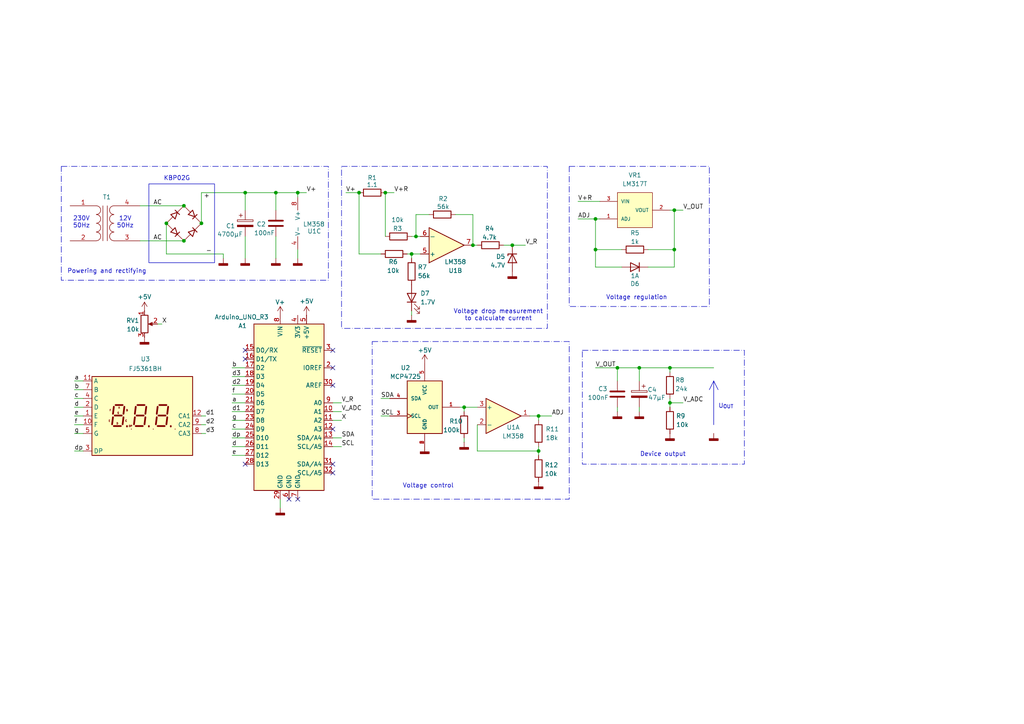
<source format=kicad_sch>
(kicad_sch (version 20231120) (generator "eeschema") (generator_version "8.0")
  (paper "A4")
  (lib_symbols
    (symbol "Amplifier_Operational:LM358" (pin_names (offset 0.127))
      (property "Reference" "U" (at 0 5.08 0))
      (property "Value" "LM358" (at 0 -5.08 0))
      (symbol "LM358_1_1"
        (polyline (pts (xy -5.08 5.08) (xy 5.08 0) (xy -5.08 -5.08) (xy -5.08 5.08)) (stroke (width 0.254)) (fill (type background)))
        (pin output line (at 7.62 0 180) (length 2.54) (name "~") (number "1"))
        (pin input line (at -7.62 -2.54 0) (length 2.54) (name "-") (number "2"))
        (pin input line (at -7.62 2.54 0) (length 2.54) (name "+") (number "3"))
      )
      (symbol "LM358_2_1"
        (polyline (pts (xy -5.08 5.08) (xy 5.08 0) (xy -5.08 -5.08) (xy -5.08 5.08)) (stroke (width 0.254)) (fill (type background)))
        (pin input line (at -7.62 2.54 0) (length 2.54) (name "+") (number "5"))
        (pin input line (at -7.62 -2.54 0) (length 2.54) (name "-") (number "6"))
        (pin output line (at 7.62 0 180) (length 2.54) (name "~") (number "7"))
      )
      (symbol "LM358_3_1"
        (pin power_in line (at -2.54 -7.62 90) (length 3.81) (name "V-") (number "4"))
        (pin power_in line (at -2.54 7.62 270) (length 3.81) (name "V+") (number "8"))
      )
    )
    (symbol "Device:C" (pin_numbers hide) (pin_names (offset 0.254))
      (property "Reference" "C" (at 0.635 2.54 0))
      (property "Value" "C" (at 0.635 -2.54 0))
      (symbol "C_0_1"
        (polyline (pts (xy -2.032 -0.762) (xy 2.032 -0.762)) (stroke (width 0.508)))
        (polyline (pts (xy -2.032 0.762) (xy 2.032 0.762)) (stroke (width 0.508)))
      )
      (symbol "C_1_1"
        (pin passive line (at 0 3.81 270) (length 2.794) (name "~") (number "1"))
        (pin passive line (at 0 -3.81 90) (length 2.794) (name "~") (number "2"))
      )
    )
    (symbol "Device:C_Polarized" (pin_numbers hide) (pin_names (offset 0.254))
      (property "Reference" "C" (at 0.635 2.54 0))
      (property "Value" "C_Polarized" (at 0.635 -2.54 0))
      (symbol "C_Polarized_0_1"
        (rectangle (start -2.286 0.508) (end 2.286 1.016))
        (polyline (pts (xy -1.778 2.286) (xy -0.762 2.286)))
        (polyline (pts (xy -1.27 2.794) (xy -1.27 1.778)))
        (rectangle (start 2.286 -0.508) (end -2.286 -1.016) (fill (type outline)))
      )
      (symbol "C_Polarized_1_1"
        (pin passive line (at 0 3.81 270) (length 2.794) (name "~") (number "1"))
        (pin passive line (at 0 -3.81 90) (length 2.794) (name "~") (number "2"))
      )
    )
    (symbol "Device:D" (pin_numbers hide) (pin_names (offset 1.016) hide)
      (property "Reference" "D" (at 0 2.54 0))
      (property "Value" "D" (at 0 -2.54 0))
      (symbol "D_0_1"
        (polyline (pts (xy -1.27 1.27) (xy -1.27 -1.27)) (stroke (width 0.254)))
        (polyline (pts (xy 1.27 0) (xy -1.27 0)))
        (polyline (pts (xy 1.27 1.27) (xy 1.27 -1.27) (xy -1.27 0) (xy 1.27 1.27)) (stroke (width 0.254)))
      )
      (symbol "D_1_1"
        (pin passive line (at -3.81 0 0) (length 2.54) (name "K") (number "1"))
        (pin passive line (at 3.81 0 180) (length 2.54) (name "A") (number "2"))
      )
    )
    (symbol "Device:D_45deg" (pin_numbers hide) (pin_names (offset 0) hide)
      (property "Reference" "D" (at 1.27 2.54 0))
      (property "Value" "D_45deg" (at 1.27 0 0))
      (symbol "D_45deg_0_1"
        (polyline (pts (xy -0.635 0.635) (xy -2.54 2.54)))
        (polyline (pts (xy 0 -1.27) (xy 1.27 0)) (stroke (width 0.254)))
        (polyline (pts (xy 2.54 -2.54) (xy 0.635 -0.635)))
        (polyline (pts (xy -1.27 0) (xy 0 1.27) (xy 0.635 -0.635) (xy -1.27 0)) (stroke (width 0.254)))
      )
      (symbol "D_45deg_1_1"
        (pin passive line (at 2.54 -2.54 180) (length 0) (name "K") (number "1"))
        (pin passive line (at -2.54 2.54 0) (length 0) (name "A") (number "2"))
      )
    )
    (symbol "Device:D_Zener" (pin_numbers hide) (pin_names (offset 1.016) hide)
      (property "Reference" "D" (at 0 2.54 0))
      (property "Value" "D_Zener" (at 0 -2.54 0))
      (symbol "D_Zener_0_1"
        (polyline (pts (xy 1.27 0) (xy -1.27 0)))
        (polyline (pts (xy -1.27 -1.27) (xy -1.27 1.27) (xy -0.762 1.27)) (stroke (width 0.254)))
        (polyline (pts (xy 1.27 -1.27) (xy 1.27 1.27) (xy -1.27 0) (xy 1.27 -1.27)) (stroke (width 0.254)))
      )
      (symbol "D_Zener_1_1"
        (pin passive line (at -3.81 0 0) (length 2.54) (name "K") (number "1"))
        (pin passive line (at 3.81 0 180) (length 2.54) (name "A") (number "2"))
      )
    )
    (symbol "Device:LED" (pin_numbers hide) (pin_names (offset 1.016) hide)
      (property "Reference" "D" (at 0 2.54 0))
      (property "Value" "LED" (at 0 -2.54 0))
      (symbol "LED_0_1"
        (polyline (pts (xy -1.27 -1.27) (xy -1.27 1.27)) (stroke (width 0.254)))
        (polyline (pts (xy -1.27 0) (xy 1.27 0)))
        (polyline (pts (xy 1.27 -1.27) (xy 1.27 1.27) (xy -1.27 0) (xy 1.27 -1.27)) (stroke (width 0.254)))
        (polyline (pts (xy -3.048 -0.762) (xy -4.572 -2.286) (xy -3.81 -2.286) (xy -4.572 -2.286) (xy -4.572 -1.524)))
        (polyline (pts (xy -1.778 -0.762) (xy -3.302 -2.286) (xy -2.54 -2.286) (xy -3.302 -2.286) (xy -3.302 -1.524)))
      )
      (symbol "LED_1_1"
        (pin passive line (at -3.81 0 0) (length 2.54) (name "K") (number "1"))
        (pin passive line (at 3.81 0 180) (length 2.54) (name "A") (number "2"))
      )
    )
    (symbol "Device:R" (pin_numbers hide) (pin_names (offset 0))
      (property "Reference" "R" (at 2.032 0 90))
      (property "Value" "R" (at 0 0 90))
      (symbol "R_0_1"
        (rectangle (start -1.016 -2.54) (end 1.016 2.54) (stroke (width 0.254)))
      )
      (symbol "R_1_1"
        (pin passive line (at 0 3.81 270) (length 1.27) (name "~") (number "1"))
        (pin passive line (at 0 -3.81 90) (length 1.27) (name "~") (number "2"))
      )
    )
    (symbol "Device:R_Potentiometer" (pin_names (offset 1.016) hide)
      (property "Reference" "RV" (at -4.445 0 90))
      (property "Value" "R_Potentiometer" (at -2.54 0 90))
      (symbol "R_Potentiometer_0_1"
        (polyline (pts (xy 2.54 0) (xy 1.524 0)))
        (polyline (pts (xy 1.143 0) (xy 2.286 0.508) (xy 2.286 -0.508) (xy 1.143 0)) (fill (type outline)))
        (rectangle (start 1.016 2.54) (end -1.016 -2.54) (stroke (width 0.254)))
      )
      (symbol "R_Potentiometer_1_1"
        (pin passive line (at 0 3.81 270) (length 1.27) (name "1") (number "1"))
        (pin passive line (at 3.81 0 180) (length 1.27) (name "2") (number "2"))
        (pin passive line (at 0 -3.81 90) (length 1.27) (name "3") (number "3"))
      )
    )
    (symbol "Device:Transformer_1P_1S" (pin_names (offset 1.016) hide)
      (property "Reference" "T" (at 0 6.35 0))
      (property "Value" "Transformer_1P_1S" (at 0 -7.62 0))
      (symbol "Transformer_1P_1S_0_1"
        (arc (start -2.54 -5.0546) (mid -1.6599 -4.6901) (end -1.27 -3.81))
        (arc (start -2.54 -2.5146) (mid -1.6599 -2.1501) (end -1.27 -1.27))
        (arc (start -2.54 0.0254) (mid -1.6599 0.3899) (end -1.27 1.27))
        (arc (start -2.54 2.5654) (mid -1.6599 2.9299) (end -1.27 3.81))
        (arc (start -1.27 -3.81) (mid -1.642 -2.912) (end -2.54 -2.54))
        (arc (start -1.27 -1.27) (mid -1.642 -0.372) (end -2.54 0))
        (arc (start -1.27 1.27) (mid -1.642 2.168) (end -2.54 2.54))
        (arc (start -1.27 3.81) (mid -1.642 4.708) (end -2.54 5.08))
        (polyline (pts (xy -0.635 5.08) (xy -0.635 -5.08)))
        (polyline (pts (xy 0.635 -5.08) (xy 0.635 5.08)))
        (arc (start 1.2954 -1.27) (mid 1.6599 -2.1501) (end 2.54 -2.5146))
        (arc (start 1.2954 1.27) (mid 1.6599 0.3899) (end 2.54 0.0254))
        (arc (start 1.2954 3.81) (mid 1.6599 2.9299) (end 2.54 2.5654))
        (arc (start 1.3208 -3.81) (mid 1.6853 -4.6901) (end 2.5654 -5.0546))
        (arc (start 2.54 0) (mid 1.642 -0.372) (end 1.2954 -1.27))
        (arc (start 2.54 2.54) (mid 1.642 2.168) (end 1.2954 1.27))
        (arc (start 2.54 5.08) (mid 1.642 4.708) (end 1.2954 3.81))
        (arc (start 2.5654 -2.54) (mid 1.6674 -2.912) (end 1.3208 -3.81))
      )
      (symbol "Transformer_1P_1S_1_1"
        (pin passive line (at -10.16 5.08 0) (length 7.62) (name "AA") (number "1"))
        (pin passive line (at -10.16 -5.08 0) (length 7.62) (name "AB") (number "2"))
        (pin passive line (at 10.16 -5.08 180) (length 7.62) (name "SA") (number "3"))
        (pin passive line (at 10.16 5.08 180) (length 7.62) (name "SB") (number "4"))
      )
    )
    (symbol "Display_Character:LTC-4627JS"
      (property "Reference" "U?" (at 0.254 16.51 0))
      (property "Value" "FJ5361BH" (at 0.254 13.716 0))
      (symbol "LTC-4627JS_0_1"
        (rectangle (start -15.24 11.43) (end 13.97 -11.43) (stroke (width 0.254)) (fill (type background)))
        (rectangle (start -3.81 -3.81) (end -3.81 -3.81) (stroke (width 0.254)))
        (polyline (pts (xy -3.81 -3.81) (xy -3.81 -3.81)) (stroke (width 0.254)))
        (polyline (pts (xy 2.54 -3.81) (xy 2.54 -3.81)) (stroke (width 0.254)))
        (polyline (pts (xy 8.89 -3.81) (xy 8.89 -3.81)) (stroke (width 0.254)))
        (rectangle (start 2.54 -3.81) (end 2.54 -3.81) (stroke (width 0.254)))
        (rectangle (start 8.89 -3.81) (end 8.89 -3.81) (stroke (width 0.254)))
      )
      (symbol "LTC-4627JS_1_0"
        (text "A" (at -7.366 2.413 0) (effects (font (size 0.508 0.508))))
        (text "B" (at -5.08 1.651 0) (effects (font (size 0.508 0.508))))
        (text "C" (at -5.334 -1.397 0) (effects (font (size 0.508 0.508))))
        (text "D" (at -7.874 -2.159 0) (effects (font (size 0.508 0.508))))
        (text "DP" (at -4.064 -2.921 0) (effects (font (size 0.508 0.508))))
        (text "E" (at -10.16 -1.397 0) (effects (font (size 0.508 0.508))))
        (text "F" (at -9.906 1.651 0) (effects (font (size 0.508 0.508))))
        (text "G" (at -7.62 0.889 0) (effects (font (size 0.508 0.508))))
      )
      (symbol "LTC-4627JS_1_1"
        (polyline (pts (xy -9.144 -0.381) (xy -9.398 -2.413)) (stroke (width 0.508)))
        (polyline (pts (xy -8.89 -2.921) (xy -6.858 -2.921)) (stroke (width 0.508)))
        (polyline (pts (xy -8.89 2.667) (xy -9.144 0.635)) (stroke (width 0.508)))
        (polyline (pts (xy -8.636 0.127) (xy -6.604 0.127)) (stroke (width 0.508)))
        (polyline (pts (xy -8.382 3.175) (xy -6.35 3.175)) (stroke (width 0.508)))
        (polyline (pts (xy -6.096 -0.381) (xy -6.35 -2.413)) (stroke (width 0.508)))
        (polyline (pts (xy -5.842 2.667) (xy -6.096 0.635)) (stroke (width 0.508)))
        (polyline (pts (xy -5.08 -3.048) (xy -5.08 -2.921)) (stroke (width 0.508)))
        (polyline (pts (xy -2.794 -0.381) (xy -3.048 -2.413)) (stroke (width 0.508)))
        (polyline (pts (xy -2.54 -2.921) (xy -0.508 -2.921)) (stroke (width 0.508)))
        (polyline (pts (xy -2.54 2.667) (xy -2.794 0.635)) (stroke (width 0.508)))
        (polyline (pts (xy -2.286 0.127) (xy -0.254 0.127)) (stroke (width 0.508)))
        (polyline (pts (xy -2.032 3.175) (xy 0 3.175)) (stroke (width 0.508)))
        (polyline (pts (xy 0.254 -0.381) (xy 0 -2.413)) (stroke (width 0.508)))
        (polyline (pts (xy 0.508 2.667) (xy 0.254 0.635)) (stroke (width 0.508)))
        (polyline (pts (xy 1.27 -3.048) (xy 1.27 -2.921)) (stroke (width 0.508)))
        (polyline (pts (xy 3.556 -0.381) (xy 3.302 -2.413)) (stroke (width 0.508)))
        (polyline (pts (xy 3.81 -2.921) (xy 5.842 -2.921)) (stroke (width 0.508)))
        (polyline (pts (xy 3.81 2.667) (xy 3.556 0.635)) (stroke (width 0.508)))
        (polyline (pts (xy 4.064 0.127) (xy 6.096 0.127)) (stroke (width 0.508)))
        (polyline (pts (xy 4.318 3.175) (xy 6.35 3.175)) (stroke (width 0.508)))
        (polyline (pts (xy 6.604 -0.381) (xy 6.35 -2.413)) (stroke (width 0.508)))
        (polyline (pts (xy 6.858 2.667) (xy 6.604 0.635)) (stroke (width 0.508)))
        (polyline (pts (xy 7.62 -3.048) (xy 7.62 -2.921)) (stroke (width 0.508)))
        (pin input line (at -17.78 0 0) (length 2.54) (name "E") (number "1"))
        (pin input line (at -17.78 -2.54 0) (length 2.54) (name "F") (number "10"))
        (pin input line (at -17.78 10.16 0) (length 2.54) (name "A") (number "11"))
        (pin input line (at 16.51 0 180) (length 2.54) (name "CA1") (number "12"))
        (pin input line (at -17.78 2.54 0) (length 2.54) (name "D") (number "2"))
        (pin input line (at -17.78 -10.16 0) (length 2.54) (name "DP") (number "3"))
        (pin input line (at -17.78 5.08 0) (length 2.54) (name "C") (number "4"))
        (pin input line (at -17.78 -5.08 0) (length 2.54) (name "G") (number "5"))
        (pin input line (at -17.78 7.62 0) (length 2.54) (name "B") (number "7"))
        (pin input line (at 16.51 -5.08 180) (length 2.54) (name "CA3") (number "8"))
        (pin input line (at 16.51 -2.54 180) (length 2.54) (name "CA2") (number "9"))
      )
    )
    (symbol "LM317T:LM317T" (pin_names (offset 1.016))
      (property "Reference" "VR?" (at 0 10.16 0))
      (property "Value" "LM317T" (at 0 7.62 0))
      (symbol "LM317T_0_0"
        (rectangle (start -5.08 5.08) (end 5.08 -5.08) (stroke (width 0.1524)) (fill (type background)))
        (pin input line (at -10.16 -2.54 0) (length 5.08) (name "ADJ") (number "1"))
        (pin output line (at 10.16 0 180) (length 5.08) (name "VOUT") (number "2"))
        (pin input line (at -10.16 2.54 0) (length 5.08) (name "VIN") (number "3"))
      )
    )
    (symbol "MCU_Module:Arduino_UNO_R3"
      (property "Reference" "A" (at -10.16 23.495 0))
      (property "Value" "Arduino_UNO_R3" (at 5.08 -26.67 0))
      (symbol "Arduino_UNO_R3_0_1"
        (rectangle (start -10.16 22.86) (end 10.16 -25.4) (stroke (width 0.254)) (fill (type background)))
      )
      (symbol "Arduino_UNO_R3_1_1"
        (pin no_connect line (at -10.16 -20.32 0) (length 2.54) hide (name "NC") (number "1"))
        (pin bidirectional line (at 12.7 -2.54 180) (length 2.54) (name "A1") (number "10"))
        (pin bidirectional line (at 12.7 -5.08 180) (length 2.54) (name "A2") (number "11"))
        (pin bidirectional line (at 12.7 -7.62 180) (length 2.54) (name "A3") (number "12"))
        (pin bidirectional line (at 12.7 -10.16 180) (length 2.54) (name "SDA/A4") (number "13"))
        (pin bidirectional line (at 12.7 -12.7 180) (length 2.54) (name "SCL/A5") (number "14"))
        (pin bidirectional line (at -12.7 15.24 0) (length 2.54) (name "D0/RX") (number "15"))
        (pin bidirectional line (at -12.7 12.7 0) (length 2.54) (name "D1/TX") (number "16"))
        (pin bidirectional line (at -12.7 10.16 0) (length 2.54) (name "D2") (number "17"))
        (pin bidirectional line (at -12.7 7.62 0) (length 2.54) (name "D3") (number "18"))
        (pin bidirectional line (at -12.7 5.08 0) (length 2.54) (name "D4") (number "19"))
        (pin output line (at 12.7 10.16 180) (length 2.54) (name "IOREF") (number "2"))
        (pin bidirectional line (at -12.7 2.54 0) (length 2.54) (name "D5") (number "20"))
        (pin bidirectional line (at -12.7 0 0) (length 2.54) (name "D6") (number "21"))
        (pin bidirectional line (at -12.7 -2.54 0) (length 2.54) (name "D7") (number "22"))
        (pin bidirectional line (at -12.7 -5.08 0) (length 2.54) (name "D8") (number "23"))
        (pin bidirectional line (at -12.7 -7.62 0) (length 2.54) (name "D9") (number "24"))
        (pin bidirectional line (at -12.7 -10.16 0) (length 2.54) (name "D10") (number "25"))
        (pin bidirectional line (at -12.7 -12.7 0) (length 2.54) (name "D11") (number "26"))
        (pin bidirectional line (at -12.7 -15.24 0) (length 2.54) (name "D12") (number "27"))
        (pin bidirectional line (at -12.7 -17.78 0) (length 2.54) (name "D13") (number "28"))
        (pin power_in line (at -2.54 -27.94 90) (length 2.54) (name "GND") (number "29"))
        (pin input line (at 12.7 15.24 180) (length 2.54) (name "~{RESET}") (number "3"))
        (pin input line (at 12.7 5.08 180) (length 2.54) (name "AREF") (number "30"))
        (pin bidirectional line (at 12.7 -17.78 180) (length 2.54) (name "SDA/A4") (number "31"))
        (pin bidirectional line (at 12.7 -20.32 180) (length 2.54) (name "SCL/A5") (number "32"))
        (pin power_out line (at 2.54 25.4 270) (length 2.54) (name "3V3") (number "4"))
        (pin power_out line (at 5.08 25.4 270) (length 2.54) (name "+5V") (number "5"))
        (pin power_in line (at 0 -27.94 90) (length 2.54) (name "GND") (number "6"))
        (pin power_in line (at 2.54 -27.94 90) (length 2.54) (name "GND") (number "7"))
        (pin power_in line (at -2.54 25.4 270) (length 2.54) (name "VIN") (number "8"))
        (pin bidirectional line (at 12.7 0 180) (length 2.54) (name "A0") (number "9"))
      )
    )
    (symbol "ZC576300:ZC576300" (pin_names (offset 1.016))
      (property "Reference" "U?" (at -6.604 12.7 0))
      (property "Value" "MCP4725" (at -6.604 10.16 0))
      (symbol "ZC576300_0_0"
        (rectangle (start -5.08 7.62) (end 5.08 -7.62) (stroke (width 0.254)) (fill (type background)))
        (pin output line (at 10.16 0 180) (length 5.08) (name "OUT") (number "1"))
        (pin power_in line (at 0 -12.7 90) (length 5.08) (name "GND") (number "2"))
        (pin input clock (at -10.16 -2.54 0) (length 5.08) (name "SCL") (number "3"))
        (pin bidirectional line (at -10.16 2.54 0) (length 5.08) (name "SDA") (number "4"))
        (pin power_in line (at 0 12.7 270) (length 5.08) (name "VCC") (number "5"))
        (pin power_in line (at 0 -12.7 90) (length 5.08) (name "GND") (number "6"))
      )
    )
    (symbol "power:+5V" (power) (pin_numbers hide) (pin_names (offset 0) hide)
      (property "Value" "+5V" (at 0 3.556 0))
      (symbol "+5V_0_1"
        (polyline (pts (xy -0.762 1.27) (xy 0 2.54)))
        (polyline (pts (xy 0 0) (xy 0 2.54)))
        (polyline (pts (xy 0 2.54) (xy 0.762 1.27)))
      )
      (symbol "+5V_1_1"
        (pin power_in line (at 0 0 90) (length 0) (name "~") (number "1"))
      )
    )
    (symbol "power:GNDD" (power) (pin_numbers hide) (pin_names (offset 0) hide)
      (property "Value" "GNDD" (at 0 -3.175 0))
      (symbol "GNDD_0_1"
        (rectangle (start -1.27 -1.524) (end 1.27 -2.032) (stroke (width 0.254)) (fill (type outline)))
        (polyline (pts (xy 0 0) (xy 0 -1.524)))
      )
      (symbol "GNDD_1_1"
        (pin power_in line (at 0 0 270) (length 0) (name "~") (number "1"))
      )
    )
    (symbol "power:VAA" (power) (pin_numbers hide) (pin_names (offset 0) hide)
      (property "Value" "VAA" (at 0 3.556 0))
      (symbol "VAA_0_1"
        (polyline (pts (xy -0.762 1.27) (xy 0 2.54)))
        (polyline (pts (xy 0 0) (xy 0 2.54)))
        (polyline (pts (xy 0 2.54) (xy 0.762 1.27)))
      )
      (symbol "VAA_1_1"
        (pin power_in line (at 0 0 90) (length 0) (name "~") (number "1"))
      )
    )
  )
  (junction (at 48.26 64.77))
  (junction (at 195.58 72.39))
  (junction (at 86.36 55.88))
  (junction (at 53.34 69.85))
  (junction (at 194.31 116.84))
  (junction (at 195.58 60.96))
  (junction (at 104.14 55.88))
  (junction (at 137.16 71.12))
  (junction (at 172.72 72.39))
  (junction (at 120.65 68.58))
  (junction (at 156.21 120.65))
  (junction (at 156.21 130.81))
  (junction (at 172.72 63.5))
  (junction (at 53.34 59.69))
  (junction (at 179.07 106.68))
  (junction (at 111.76 55.88))
  (junction (at 58.42 64.77))
  (junction (at 80.01 55.88))
  (junction (at 134.62 118.11))
  (junction (at 71.12 55.88))
  (junction (at 194.31 106.68))
  (junction (at 119.38 73.66))
  (junction (at 185.42 106.68))
  (junction (at 148.59 71.12))
  (no_connect (at 96.52 134.62))
  (no_connect (at 83.82 144.78))
  (no_connect (at 96.52 111.76))
  (no_connect (at 96.52 101.6))
  (no_connect (at 71.12 101.6))
  (no_connect (at 96.52 124.46))
  (no_connect (at 71.12 104.14))
  (no_connect (at 71.12 134.62))
  (no_connect (at 96.52 137.16))
  (no_connect (at 96.52 106.68))
  (no_connect (at 86.36 144.78))
  (polyline (pts (xy 207.01 121.92) (xy 207.01 123.19)))
  (wire (pts (xy 64.77 73.66) (xy 64.77 74.93)))
  (wire (pts (xy 156.21 129.54) (xy 156.21 130.81)))
  (wire (pts (xy 111.76 55.88) (xy 111.76 68.58)))
  (wire (pts (xy 172.72 72.39) (xy 172.72 63.5)))
  (wire (pts (xy 96.52 119.38) (xy 99.06 119.38)))
  (wire (pts (xy 119.38 73.66) (xy 118.11 73.66)))
  (wire (pts (xy 156.21 120.65) (xy 156.21 121.92)))
  (wire (pts (xy 195.58 77.47) (xy 195.58 72.39)))
  (wire (pts (xy 138.43 118.11) (xy 134.62 118.11)))
  (wire (pts (xy 110.49 115.57) (xy 113.03 115.57)))
  (wire (pts (xy 185.42 118.11) (xy 185.42 119.38)))
  (wire (pts (xy 96.52 127) (xy 99.06 127)))
  (wire (pts (xy 58.42 125.73) (xy 59.69 125.73)))
  (wire (pts (xy 100.33 55.88) (xy 104.14 55.88)))
  (wire (pts (xy 119.38 90.17) (xy 119.38 91.44)))
  (wire (pts (xy 67.31 106.68) (xy 71.12 106.68)))
  (wire (pts (xy 45.72 93.98) (xy 46.99 93.98)))
  (wire (pts (xy 86.36 55.88) (xy 86.36 57.15)))
  (wire (pts (xy 133.35 118.11) (xy 134.62 118.11)))
  (wire (pts (xy 194.31 116.84) (xy 198.12 116.84)))
  (wire (pts (xy 194.31 106.68) (xy 194.31 107.95)))
  (wire (pts (xy 137.16 62.23) (xy 137.16 71.12)))
  (wire (pts (xy 138.43 130.81) (xy 138.43 123.19)))
  (wire (pts (xy 58.42 55.88) (xy 71.12 55.88)))
  (wire (pts (xy 110.49 120.65) (xy 113.03 120.65)))
  (wire (pts (xy 21.59 125.73) (xy 24.13 125.73)))
  (wire (pts (xy 86.36 72.39) (xy 86.36 74.93)))
  (wire (pts (xy 67.31 109.22) (xy 71.12 109.22)))
  (wire (pts (xy 179.07 110.49) (xy 179.07 106.68)))
  (wire (pts (xy 96.52 121.92) (xy 99.06 121.92)))
  (wire (pts (xy 156.21 130.81) (xy 138.43 130.81)))
  (wire (pts (xy 80.01 68.58) (xy 80.01 74.93)))
  (wire (pts (xy 21.59 120.65) (xy 24.13 120.65)))
  (wire (pts (xy 21.59 110.49) (xy 24.13 110.49)))
  (wire (pts (xy 67.31 121.92) (xy 71.12 121.92)))
  (wire (pts (xy 110.49 73.66) (xy 104.14 73.66)))
  (wire (pts (xy 121.92 68.58) (xy 120.65 68.58)))
  (wire (pts (xy 21.59 113.03) (xy 24.13 113.03)))
  (wire (pts (xy 179.07 118.11) (xy 179.07 119.38)))
  (wire (pts (xy 167.64 63.5) (xy 172.72 63.5)))
  (wire (pts (xy 21.59 123.19) (xy 24.13 123.19)))
  (wire (pts (xy 148.59 71.12) (xy 152.4 71.12)))
  (wire (pts (xy 71.12 68.58) (xy 71.12 74.93)))
  (wire (pts (xy 120.65 68.58) (xy 119.38 68.58)))
  (wire (pts (xy 119.38 74.93) (xy 119.38 73.66)))
  (wire (pts (xy 67.31 119.38) (xy 71.12 119.38)))
  (wire (pts (xy 194.31 106.68) (xy 207.01 106.68)))
  (wire (pts (xy 185.42 106.68) (xy 194.31 106.68)))
  (wire (pts (xy 21.59 118.11) (xy 24.13 118.11)))
  (wire (pts (xy 185.42 110.49) (xy 185.42 106.68)))
  (wire (pts (xy 67.31 116.84) (xy 71.12 116.84)))
  (wire (pts (xy 67.31 124.46) (xy 71.12 124.46)))
  (wire (pts (xy 132.08 62.23) (xy 137.16 62.23)))
  (wire (pts (xy 179.07 106.68) (xy 185.42 106.68)))
  (wire (pts (xy 134.62 118.11) (xy 134.62 119.38)))
  (wire (pts (xy 67.31 132.08) (xy 71.12 132.08)))
  (wire (pts (xy 67.31 127) (xy 71.12 127)))
  (wire (pts (xy 194.31 116.84) (xy 194.31 118.11)))
  (polyline (pts (xy 207.01 110.49) (xy 207.01 121.92)))
  (wire (pts (xy 48.26 64.77) (xy 48.26 73.66)))
  (wire (pts (xy 138.43 71.12) (xy 137.16 71.12)))
  (wire (pts (xy 172.72 77.47) (xy 172.72 72.39)))
  (wire (pts (xy 195.58 60.96) (xy 194.31 60.96)))
  (wire (pts (xy 67.31 114.3) (xy 71.12 114.3)))
  (wire (pts (xy 172.72 106.68) (xy 179.07 106.68)))
  (wire (pts (xy 123.19 129.54) (xy 123.19 130.81)))
  (wire (pts (xy 121.92 73.66) (xy 119.38 73.66)))
  (wire (pts (xy 194.31 115.57) (xy 194.31 116.84)))
  (wire (pts (xy 21.59 115.57) (xy 24.13 115.57)))
  (wire (pts (xy 80.01 55.88) (xy 80.01 60.96)))
  (wire (pts (xy 40.64 69.85) (xy 53.34 69.85)))
  (wire (pts (xy 172.72 63.5) (xy 173.99 63.5)))
  (wire (pts (xy 156.21 130.81) (xy 156.21 132.08)))
  (wire (pts (xy 160.02 120.65) (xy 156.21 120.65)))
  (wire (pts (xy 21.59 130.81) (xy 24.13 130.81)))
  (wire (pts (xy 67.31 129.54) (xy 71.12 129.54)))
  (wire (pts (xy 180.34 77.47) (xy 172.72 77.47)))
  (wire (pts (xy 58.42 55.88) (xy 58.42 64.77)))
  (wire (pts (xy 48.26 73.66) (xy 64.77 73.66)))
  (wire (pts (xy 80.01 55.88) (xy 86.36 55.88)))
  (wire (pts (xy 124.46 62.23) (xy 120.65 62.23)))
  (polyline (pts (xy 205.74 113.03) (xy 207.01 110.49)))
  (wire (pts (xy 187.96 72.39) (xy 195.58 72.39)))
  (wire (pts (xy 58.42 120.65) (xy 59.69 120.65)))
  (wire (pts (xy 120.65 62.23) (xy 120.65 68.58)))
  (wire (pts (xy 71.12 55.88) (xy 71.12 60.96)))
  (wire (pts (xy 58.42 123.19) (xy 59.69 123.19)))
  (wire (pts (xy 167.64 58.42) (xy 173.99 58.42)))
  (wire (pts (xy 111.76 55.88) (xy 114.3 55.88)))
  (wire (pts (xy 67.31 111.76) (xy 71.12 111.76)))
  (wire (pts (xy 96.52 116.84) (xy 99.06 116.84)))
  (wire (pts (xy 187.96 77.47) (xy 195.58 77.47)))
  (wire (pts (xy 71.12 55.88) (xy 80.01 55.88)))
  (wire (pts (xy 180.34 72.39) (xy 172.72 72.39)))
  (wire (pts (xy 153.67 120.65) (xy 156.21 120.65)))
  (wire (pts (xy 148.59 71.12) (xy 146.05 71.12)))
  (wire (pts (xy 86.36 55.88) (xy 88.9 55.88)))
  (wire (pts (xy 134.62 127) (xy 134.62 128.27)))
  (wire (pts (xy 195.58 72.39) (xy 195.58 60.96)))
  (wire (pts (xy 81.28 144.78) (xy 81.28 147.32)))
  (polyline (pts (xy 207.01 110.49) (xy 208.28 113.03)))
  (wire (pts (xy 40.64 59.69) (xy 53.34 59.69)))
  (wire (pts (xy 104.14 73.66) (xy 104.14 55.88)))
  (wire (pts (xy 96.52 129.54) (xy 99.06 129.54)))
  (wire (pts (xy 198.12 60.96) (xy 195.58 60.96)))
  (rectangle (start 107.95 99.06) (end 165.1 144.78) (stroke (width 0) (type dash_dot)))
  (rectangle (start 17.78 48.26) (end 95.25 81.28) (stroke (width 0) (type dash_dot)))
  (rectangle (start 165.1 48.26) (end 205.74 88.9) (stroke (width 0) (type dash_dot)))
  (rectangle (start 43.18 53.34) (end 62.23 76.2))
  (rectangle (start 99.06 48.26) (end 158.75 95.25) (stroke (width 0) (type dash_dot)))
  (rectangle (start 168.91 101.6) (end 215.9 134.62) (stroke (width 0) (type dash_dot)))
  (text "12V\n50Hz" (at 36.322 64.516 0) (effects (font (size 1.27 1.27))))
  (text "Voltage control" (at 124.206 140.97 0) (effects (font (size 1.27 1.27))))
  (text "230V\n50Hz" (at 23.622 64.516 0) (effects (font (size 1.27 1.27))))
  (text "U_{OUT}" (at 210.566 117.856 0) (effects (font (size 1.27 1.27))))
  (text "KBP02G" (at 51.308 51.816 0) (effects (font (size 1.27 1.27))))
  (text "Powering and rectifying" (at 30.988 78.74 0) (effects (font (size 1.27 1.27))))
  (text "Voltage drop measurement\nto calculate current" (at 144.526 91.44 0) (effects (font (size 1.27 1.27))))
  (text "Voltage regulation\n" (at 184.658 86.36 0) (effects (font (size 1.27 1.27))))
  (text "Device output\n" (at 192.278 131.826 0) (effects (font (size 1.27 1.27))))
  (label "ADJ" (at 160.02 120.65 0))
  (label "c" (at 21.59 115.57 0))
  (label "V+" (at 88.9 55.88 0))
  (label "c" (at 67.31 124.46 0))
  (label "b" (at 67.31 106.68 0))
  (label "V+R" (at 167.64 58.42 0))
  (label "V+R" (at 114.3 55.88 0))
  (label "SCL" (at 99.06 129.54 0))
  (label "e" (at 67.31 132.08 0))
  (label "f" (at 67.31 114.3 0))
  (label "g" (at 21.59 125.73 0))
  (label "dp" (at 21.59 130.81 0))
  (label "X" (at 46.99 93.98 0))
  (label "-" (at 59.69 73.66 0))
  (label "d" (at 21.59 118.11 0))
  (label "b" (at 21.59 113.03 0))
  (label "V_OUT" (at 198.12 60.96 0))
  (label "SDA" (at 99.06 127 0))
  (label "SCL" (at 110.49 120.65 0))
  (label "V_ADC" (at 99.06 119.38 0))
  (label "AC" (at 44.45 59.69 0))
  (label "V_R" (at 99.06 116.84 0))
  (label "g" (at 67.31 121.92 0))
  (label "ADJ" (at 167.64 63.5 0))
  (label "d" (at 67.31 129.54 0))
  (label "d1" (at 67.31 119.38 0))
  (label "AC" (at 44.45 69.85 0))
  (label "+" (at 60.96 55.88 270))
  (label "a" (at 21.59 110.49 0))
  (label "d3" (at 67.31 109.22 0))
  (label "d3" (at 59.69 125.73 0))
  (label "dp" (at 67.31 127 0))
  (label "d2" (at 67.31 111.76 0))
  (label "X" (at 99.06 121.92 0))
  (label "a" (at 67.31 116.84 0))
  (label "d1" (at 59.69 120.65 0))
  (label "V_ADC" (at 198.12 116.84 0))
  (label "SDA" (at 110.49 115.57 0))
  (label "V_R" (at 152.4 71.12 0))
  (label "d2" (at 59.69 123.19 0))
  (label "f" (at 21.59 123.19 0))
  (label "V_OUT" (at 172.72 106.68 0))
  (label "V+" (at 100.33 55.88 0))
  (label "e" (at 21.59 120.65 0))
  (symbol (lib_id "Device:D_Zener") (at 148.59 74.93 90) (mirror x) (unit 1)
    (property "Reference" "D5" (at 146.558 74.422 90) (effects (justify left)))
    (property "Value" "4.7V" (at 146.558 76.962 90) (effects (justify left)))
    (property "Description" "Zener diode" (effects (hide yes)))
  )
  (symbol (lib_id "Device:D_45deg") (at 50.8 67.31 0) (unit 1)
    (property "Reference" "D3" (effects (hide yes)))
    (property "Value" "D_45deg" (effects (hide yes)))
    (property "Description" "Diode, rotated by 45°" (effects (hide yes)))
    (property "Sim.Device" "D" (effects (hide yes)))
    (property "Sim.Pins" "1=K 2=A" (effects (hide yes)))
  )
  (symbol (lib_id "Device:R") (at 119.38 78.74 0) (mirror y) (unit 1)
    (property "Reference" "R7" (at 121.158 77.47 0) (effects (justify right)))
    (property "Value" "56k" (at 121.158 80.01 0) (effects (justify right)))
    (property "Description" "Resistor" (effects (hide yes)))
  )
  (symbol (lib_id "Display_Character:LTC-4627JS") (at 41.91 120.65 0) (unit 1)
    (property "Reference" "U3" (at 42.164 104.14 0))
    (property "Value" "FJ5361BH" (at 42.164 106.934 0))
    (property "Footprint" "Display_7Segment:LTC-4627Jx" (effects (hide yes)))
    (property "Datasheet" "http://optoelectronics.liteon.com/upload/download/DS30-2000-186/LTC-4627JS.pdf" (effects (hide yes)))
    (property "Description" "4 digit 7 segment yellow, common anode" (effects (hide yes)))
  )
  (symbol (lib_id "Device:C_Polarized") (at 185.42 114.3 0) (mirror y) (unit 1)
    (property "Reference" "C4" (at 190.5 113.03 0) (effects (justify left)))
    (property "Value" "47µF" (at 193.04 115.316 0) (effects (justify left)))
    (property "Description" "Polarized capacitor" (effects (hide yes)))
  )
  (symbol (lib_id "Amplifier_Operational:LM358") (at 146.05 120.65 0) (unit 1)
    (property "Reference" "U1" (at 148.844 123.952 0))
    (property "Value" "LM358" (at 148.844 126.492 0))
    (property "Datasheet" "http://www.ti.com/lit/ds/symlink/lm2904-n.pdf" (effects (hide yes)))
    (property "Description" "Low-Power, Dual Operational Amplifiers, DIP-8/SOIC-8/TO-99-8" (effects (hide yes)))
  )
  (symbol (lib_id "Device:Transformer_1P_1S") (at 30.48 64.77 0) (unit 1)
    (property "Reference" "T1" (at 30.988 57.15 0))
    (property "Value" "Transformer_1P_1S" (effects (hide yes)))
    (property "Description" "Transformer, single primary, single secondary" (effects (hide yes)))
  )
  (symbol (lib_id "Device:R") (at 107.95 55.88 90) (unit 1)
    (property "Reference" "R1" (at 107.95 51.562 90))
    (property "Value" "1.1" (at 107.95 53.594 90))
    (property "Description" "Resistor" (effects (hide yes)))
  )
  (symbol (lib_id "power:GNDD") (at 156.21 139.7 0) (unit 1)
    (property "Reference" "#PWR018" (effects (hide yes)))
    (property "Value" "GNDD" (effects (hide yes)))
    (property "Description" "Power symbol creates a global label with name \"GNDD\" , digital ground" (effects (hide yes)))
  )
  (symbol (lib_id "Amplifier_Operational:LM358") (at 88.9 64.77 0) (unit 3)
    (property "Reference" "U1" (at 89.154 67.056 0) (effects (justify left)))
    (property "Value" "LM358" (at 87.884 65.024 0) (effects (justify left)))
    (property "Datasheet" "http://www.ti.com/lit/ds/symlink/lm2904-n.pdf" (effects (hide yes)))
    (property "Description" "Low-Power, Dual Operational Amplifiers, DIP-8/SOIC-8/TO-99-8" (effects (hide yes)))
  )
  (symbol (lib_id "Device:R") (at 142.24 71.12 270) (mirror x) (unit 1)
    (property "Reference" "R4" (at 141.986 66.294 90))
    (property "Value" "4.7k" (at 141.986 68.834 90))
    (property "Description" "Resistor" (effects (hide yes)))
  )
  (symbol (lib_id "power:GNDD") (at 71.12 74.93 0) (unit 1)
    (property "Reference" "#PWR02" (effects (hide yes)))
    (property "Value" "GNDD" (effects (hide yes)))
    (property "Description" "Power symbol creates a global label with name \"GNDD\" , digital ground" (effects (hide yes)))
  )
  (symbol (lib_id "power:GNDD") (at 148.59 78.74 0) (mirror y) (unit 1)
    (property "Reference" "#PWR05" (effects (hide yes)))
    (property "Value" "GNDD" (effects (hide yes)))
    (property "Description" "Power symbol creates a global label with name \"GNDD\" , digital ground" (effects (hide yes)))
  )
  (symbol (lib_id "Device:R") (at 128.27 62.23 270) (unit 1)
    (property "Reference" "R2" (at 128.524 57.658 90))
    (property "Value" "56k" (at 128.524 59.944 90))
    (property "Description" "Resistor" (effects (hide yes)))
  )
  (symbol (lib_id "LM317T:LM317T") (at 184.15 60.96 0) (unit 1)
    (property "Reference" "VR1" (at 184.15 50.8 0))
    (property "Value" "LM317T" (at 184.15 53.34 0))
    (property "Footprint" "LM317T:TO254P1054X470X1955-3" (effects (hide yes)))
    (property "MF" "ON Semiconductor" (effects (hide yes)))
    (property "MAXIMUM_PACKAGE_HEIGHT" "19.55 mm" (effects (hide yes)))
    (property "Package" "TO-220-3 ON" (effects (hide yes)))
    (property "Price" "None" (effects (hide yes)))
    (property "Check_prices" "https://www.snapeda.com/parts/LM317T/Onsemi/view-part/?ref=eda" (effects (hide yes)))
    (property "STANDARD" "IPC-7351B" (effects (hide yes)))
    (property "PARTREV" "L" (effects (hide yes)))
    (property "SnapEDA_Link" "https://www.snapeda.com/parts/LM317T/Onsemi/view-part/?ref=snap" (effects (hide yes)))
    (property "MP" "LM317T" (effects (hide yes)))
    (property "Description_1" "\n                        \n                            Linear Voltage Regulator IC Positive Adjustable 1 Output  1.5A TO-220-3\n                        \n" (effects (hide yes)))
    (property "Availability" "In Stock" (effects (hide yes)))
    (property "MANUFACTURER" "Texas Instruments" (effects (hide yes)))
  )
  (symbol (lib_id "Device:R_Potentiometer") (at 41.91 93.98 0) (unit 1)
    (property "Reference" "RV1" (at 40.386 92.964 0) (effects (justify right)))
    (property "Value" "10k" (at 40.386 95.504 0) (effects (justify right)))
    (property "Description" "Potentiometer" (effects (hide yes)))
  )
  (symbol (lib_id "power:GNDD") (at 185.42 119.38 0) (unit 1)
    (property "Reference" "#PWR013" (effects (hide yes)))
    (property "Value" "GNDD" (effects (hide yes)))
    (property "Description" "Power symbol creates a global label with name \"GNDD\" , digital ground" (effects (hide yes)))
  )
  (symbol (lib_id "power:GNDD") (at 119.38 91.44 0) (mirror y) (unit 1)
    (property "Reference" "#PWR09" (effects (hide yes)))
    (property "Value" "GNDD" (effects (hide yes)))
    (property "Description" "Power symbol creates a global label with name \"GNDD\" , digital ground" (effects (hide yes)))
  )
  (symbol (lib_id "power:GNDD") (at 81.28 147.32 0) (unit 1)
    (property "Reference" "#PWR019" (effects (hide yes)))
    (property "Value" "GNDD" (effects (hide yes)))
    (property "Description" "Power symbol creates a global label with name \"GNDD\" , digital ground" (effects (hide yes)))
  )
  (symbol (lib_id "power:GNDD") (at 134.62 128.27 0) (unit 1)
    (property "Reference" "#PWR016" (effects (hide yes)))
    (property "Value" "GNDD" (effects (hide yes)))
    (property "Description" "Power symbol creates a global label with name \"GNDD\" , digital ground" (effects (hide yes)))
  )
  (symbol (lib_id "Device:D_45deg") (at 55.88 62.23 0) (unit 1)
    (property "Reference" "D2" (effects (hide yes)))
    (property "Value" "D_45deg" (effects (hide yes)))
    (property "Description" "Diode, rotated by 45°" (effects (hide yes)))
    (property "Sim.Device" "D" (effects (hide yes)))
    (property "Sim.Pins" "1=K 2=A" (effects (hide yes)))
  )
  (symbol (lib_id "Device:R") (at 115.57 68.58 270) (unit 1)
    (property "Reference" "R3" (at 115.316 66.294 90))
    (property "Value" "10k" (at 115.316 63.754 90))
    (property "Description" "Resistor" (effects (hide yes)))
  )
  (symbol (lib_id "Device:D_45deg") (at 50.8 62.23 90) (unit 1)
    (property "Reference" "D1" (effects (hide yes)))
    (property "Value" "D_45deg" (effects (hide yes)))
    (property "Description" "Diode, rotated by 45°" (effects (hide yes)))
    (property "Sim.Device" "D" (effects (hide yes)))
    (property "Sim.Pins" "1=K 2=A" (effects (hide yes)))
  )
  (symbol (lib_id "Amplifier_Operational:LM358") (at 129.54 71.12 0) (mirror x) (unit 2)
    (property "Reference" "U1" (at 132.08 78.486 0))
    (property "Value" "LM358" (at 132.08 75.946 0))
    (property "Datasheet" "http://www.ti.com/lit/ds/symlink/lm2904-n.pdf" (effects (hide yes)))
    (property "Description" "Low-Power, Dual Operational Amplifiers, DIP-8/SOIC-8/TO-99-8" (effects (hide yes)))
  )
  (symbol (lib_id "Device:C_Polarized") (at 71.12 64.77 0) (unit 1)
    (property "Reference" "C1" (at 65.532 65.532 0) (effects (justify left)))
    (property "Value" "4700µF" (at 62.992 67.9449 0) (effects (justify left)))
    (property "Description" "Polarized capacitor" (effects (hide yes)))
  )
  (symbol (lib_id "Device:LED") (at 119.38 86.36 90) (unit 1)
    (property "Reference" "D7" (at 121.92 85.09 90) (effects (justify right)))
    (property "Value" "1.7V" (at 121.92 87.63 90) (effects (justify right)))
    (property "Description" "Light emitting diode" (effects (hide yes)))
  )
  (symbol (lib_id "Device:R") (at 194.31 111.76 0) (unit 1)
    (property "Reference" "R8" (at 195.834 110.236 0) (effects (justify left)))
    (property "Value" "24k" (at 195.834 112.776 0) (effects (justify left)))
    (property "Description" "Resistor" (effects (hide yes)))
  )
  (symbol (lib_id "Device:R") (at 156.21 135.89 0) (unit 1)
    (property "Reference" "R12" (at 157.988 134.874 0) (effects (justify left)))
    (property "Value" "10k" (at 157.988 137.414 0) (effects (justify left)))
    (property "Description" "Resistor" (effects (hide yes)))
  )
  (symbol (lib_id "power:+5V") (at 41.91 90.17 0) (unit 1)
    (property "Reference" "#PWR06" (effects (hide yes)))
    (property "Value" "+5V" (at 41.91 86.106 0))
    (property "Description" "Power symbol creates a global label with name \"+5V\"" (effects (hide yes)))
  )
  (symbol (lib_id "Device:R") (at 184.15 72.39 90) (unit 1)
    (property "Reference" "R5" (at 184.15 67.564 90))
    (property "Value" "1k" (at 184.15 70.104 90))
    (property "Description" "Resistor" (effects (hide yes)))
  )
  (symbol (lib_id "power:+5V") (at 88.9 91.44 0) (unit 1)
    (property "Reference" "#PWR08" (effects (hide yes)))
    (property "Value" "+5V" (at 88.9 87.376 0))
    (property "Description" "Power symbol creates a global label with name \"+5V\"" (effects (hide yes)))
  )
  (symbol (lib_id "Device:D_45deg") (at 55.88 67.31 90) (unit 1)
    (property "Reference" "D4" (effects (hide yes)))
    (property "Value" "D_45deg" (effects (hide yes)))
    (property "Description" "Diode, rotated by 45°" (effects (hide yes)))
    (property "Sim.Device" "D" (effects (hide yes)))
    (property "Sim.Pins" "1=K 2=A" (effects (hide yes)))
  )
  (symbol (lib_id "power:+5V") (at 123.19 105.41 0) (unit 1)
    (property "Reference" "#PWR011" (effects (hide yes)))
    (property "Value" "+5V" (at 123.19 101.6 0))
    (property "Description" "Power symbol creates a global label with name \"+5V\"" (effects (hide yes)))
  )
  (symbol (lib_id "power:VAA") (at 81.28 91.44 0) (unit 1)
    (property "Reference" "#PWR07" (effects (hide yes)))
    (property "Value" "V+" (at 81.28 87.63 0))
    (property "Description" "Power symbol creates a global label with name \"VAA\"" (effects (hide yes)))
  )
  (symbol (lib_id "Device:D") (at 184.15 77.47 180) (unit 1)
    (property "Reference" "D6" (at 184.15 82.296 0))
    (property "Value" "1A" (at 184.15 80.01 0))
    (property "Description" "Diode" (effects (hide yes)))
    (property "Sim.Device" "D" (effects (hide yes)))
    (property "Sim.Pins" "1=K 2=A" (effects (hide yes)))
  )
  (symbol (lib_id "MCU_Module:Arduino_UNO_R3") (at 83.82 116.84 0) (unit 1)
    (property "Reference" "A1" (at 69.088 94.488 0) (effects (justify left)))
    (property "Value" "Arduino_UNO_R3" (at 62.23 91.948 0) (effects (justify left)))
    (property "Footprint" "Module:Arduino_UNO_R3" (effects (hide yes)))
    (property "Datasheet" "https://www.arduino.cc/en/Main/arduinoBoardUno" (effects (hide yes)))
    (property "Description" "Arduino UNO Microcontroller Module, release 3" (effects (hide yes)))
  )
  (symbol (lib_id "Device:R") (at 134.62 123.19 0) (unit 1)
    (property "Reference" "R10" (at 130.302 122.174 0) (effects (justify left)))
    (property "Value" "100k" (at 128.524 124.714 0) (effects (justify left)))
    (property "Description" "Resistor" (effects (hide yes)))
  )
  (symbol (lib_id "Device:C") (at 80.01 64.77 0) (unit 1)
    (property "Reference" "C2" (at 74.422 65.024 0) (effects (justify left)))
    (property "Value" "100nF" (at 73.66 67.564 0) (effects (justify left)))
    (property "Description" "Unpolarized capacitor" (effects (hide yes)))
  )
  (symbol (lib_id "power:GNDD") (at 41.91 97.79 0) (unit 1)
    (property "Reference" "#PWR010" (effects (hide yes)))
    (property "Value" "GNDD" (effects (hide yes)))
    (property "Description" "Power symbol creates a global label with name \"GNDD\" , digital ground" (effects (hide yes)))
  )
  (symbol (lib_id "Device:R") (at 194.31 121.92 0) (unit 1)
    (property "Reference" "R9" (at 196.088 120.65 0) (effects (justify left)))
    (property "Value" "10k" (at 196.088 123.19 0) (effects (justify left)))
    (property "Description" "Resistor" (effects (hide yes)))
  )
  (symbol (lib_id "ZC576300:ZC576300") (at 123.19 118.11 0) (unit 1)
    (property "Reference" "U2" (at 117.602 106.68 0))
    (property "Value" "MCP4725" (at 117.602 109.22 0))
    (property "Footprint" "ZC576300:MODULE_ZC576300" (effects (hide yes)))
    (property "MF" "YKS" (effects (hide yes)))
    (property "Description_1" "\n                        \n                            MCP4725 I2C DAC Breakout Development Board Module 12Bit Resolution 2.7-5.5V\n                        \n" (effects (hide yes)))
    (property "Package" "None" (effects (hide yes)))
    (property "Price" "None" (effects (hide yes)))
    (property "Check_prices" "https://www.snapeda.com/parts/ZC576300/YKS/view-part/?ref=eda" (effects (hide yes)))
    (property "STANDARD" "Manufacturer Recommendations" (effects (hide yes)))
    (property "PARTREV" "v14" (effects (hide yes)))
    (property "SnapEDA_Link" "https://www.snapeda.com/parts/ZC576300/YKS/view-part/?ref=snap" (effects (hide yes)))
    (property "MP" "ZC576300" (effects (hide yes)))
    (property "Availability" "Not in stock" (effects (hide yes)))
    (property "MANUFACTURER" "Sparkfun" (effects (hide yes)))
  )
  (symbol (lib_id "power:GNDD") (at 80.01 74.93 0) (unit 1)
    (property "Reference" "#PWR03" (effects (hide yes)))
    (property "Value" "GNDD" (effects (hide yes)))
    (property "Description" "Power symbol creates a global label with name \"GNDD\" , digital ground" (effects (hide yes)))
  )
  (symbol (lib_id "power:GNDD") (at 86.36 74.93 0) (unit 1)
    (property "Reference" "#PWR04" (effects (hide yes)))
    (property "Value" "GNDD" (effects (hide yes)))
    (property "Description" "Power symbol creates a global label with name \"GNDD\" , digital ground" (effects (hide yes)))
  )
  (symbol (lib_id "power:GNDD") (at 123.19 129.54 0) (unit 1)
    (property "Reference" "#PWR017" (effects (hide yes)))
    (property "Value" "GNDD" (effects (hide yes)))
    (property "Description" "Power symbol creates a global label with name \"GNDD\" , digital ground" (effects (hide yes)))
  )
  (symbol (lib_id "power:GNDD") (at 179.07 119.38 0) (unit 1)
    (property "Reference" "#PWR012" (effects (hide yes)))
    (property "Value" "GNDD" (effects (hide yes)))
    (property "Description" "Power symbol creates a global label with name \"GNDD\" , digital ground" (effects (hide yes)))
  )
  (symbol (lib_id "Device:C") (at 179.07 114.3 0) (unit 1)
    (property "Reference" "C3" (at 173.482 112.776 0) (effects (justify left)))
    (property "Value" "100nF" (at 170.434 115.316 0) (effects (justify left)))
    (property "Description" "Unpolarized capacitor" (effects (hide yes)))
  )
  (symbol (lib_id "Device:R") (at 114.3 73.66 270) (mirror x) (unit 1)
    (property "Reference" "R6" (at 114.046 75.946 90))
    (property "Value" "10k" (at 114.046 78.486 90))
    (property "Description" "Resistor" (effects (hide yes)))
  )
  (symbol (lib_id "power:GNDD") (at 207.01 125.73 0) (unit 1)
    (property "Reference" "#PWR015" (effects (hide yes)))
    (property "Value" "GNDD" (effects (hide yes)))
    (property "Description" "Power symbol creates a global label with name \"GNDD\" , digital ground" (effects (hide yes)))
  )
  (symbol (lib_id "Device:R") (at 156.21 125.73 0) (unit 1)
    (property "Reference" "R11" (at 158.242 124.46 0) (effects (justify left)))
    (property "Value" "18k" (at 158.242 127 0) (effects (justify left)))
    (property "Description" "Resistor" (effects (hide yes)))
  )
  (symbol (lib_id "power:GNDD") (at 194.31 125.73 0) (mirror y) (unit 1)
    (property "Reference" "#PWR014" (effects (hide yes)))
    (property "Value" "GNDD" (effects (hide yes)))
    (property "Description" "Power symbol creates a global label with name \"GNDD\" , digital ground" (effects (hide yes)))
  )
  (symbol (lib_id "power:GNDD") (at 64.77 74.93 0) (unit 1)
    (property "Reference" "#PWR01" (effects (hide yes)))
    (property "Value" "GNDD" (effects (hide yes)))
    (property "Description" "Power symbol creates a global label with name \"GNDD\" , digital ground" (effects (hide yes)))
  )
)
</source>
